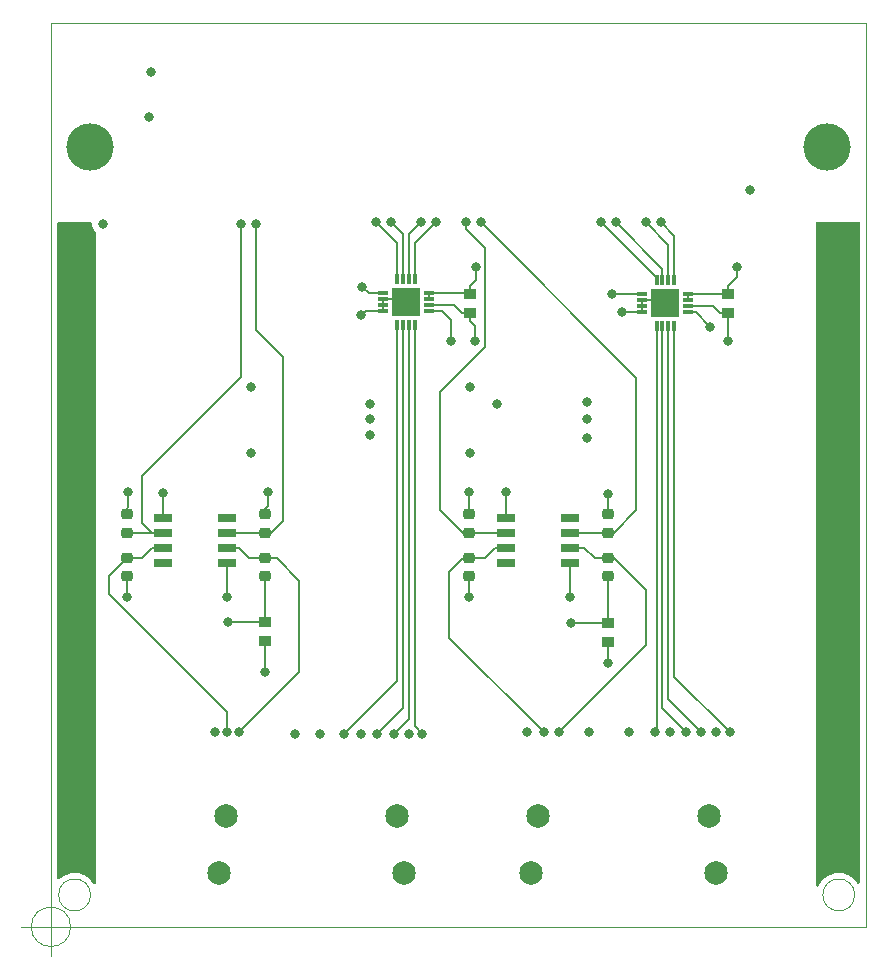
<source format=gbr>
G04 #@! TF.GenerationSoftware,KiCad,Pcbnew,(6.0.4-0)*
G04 #@! TF.CreationDate,2022-11-09T17:11:16+01:00*
G04 #@! TF.ProjectId,adapter_hybrid_assistor_hpc_2HDMI,61646170-7465-4725-9f68-79627269645f,rev?*
G04 #@! TF.SameCoordinates,Original*
G04 #@! TF.FileFunction,Copper,L4,Bot*
G04 #@! TF.FilePolarity,Positive*
%FSLAX46Y46*%
G04 Gerber Fmt 4.6, Leading zero omitted, Abs format (unit mm)*
G04 Created by KiCad (PCBNEW (6.0.4-0)) date 2022-11-09 17:11:16*
%MOMM*%
%LPD*%
G01*
G04 APERTURE LIST*
G04 Aperture macros list*
%AMRoundRect*
0 Rectangle with rounded corners*
0 $1 Rounding radius*
0 $2 $3 $4 $5 $6 $7 $8 $9 X,Y pos of 4 corners*
0 Add a 4 corners polygon primitive as box body*
4,1,4,$2,$3,$4,$5,$6,$7,$8,$9,$2,$3,0*
0 Add four circle primitives for the rounded corners*
1,1,$1+$1,$2,$3*
1,1,$1+$1,$4,$5*
1,1,$1+$1,$6,$7*
1,1,$1+$1,$8,$9*
0 Add four rect primitives between the rounded corners*
20,1,$1+$1,$2,$3,$4,$5,0*
20,1,$1+$1,$4,$5,$6,$7,0*
20,1,$1+$1,$6,$7,$8,$9,0*
20,1,$1+$1,$8,$9,$2,$3,0*%
G04 Aperture macros list end*
G04 #@! TA.AperFunction,Profile*
%ADD10C,0.100000*%
G04 #@! TD*
G04 #@! TA.AperFunction,Profile*
%ADD11C,0.050000*%
G04 #@! TD*
G04 #@! TA.AperFunction,ComponentPad*
%ADD12C,4.000000*%
G04 #@! TD*
G04 #@! TA.AperFunction,ComponentPad*
%ADD13C,1.995000*%
G04 #@! TD*
G04 #@! TA.AperFunction,SMDPad,CuDef*
%ADD14R,1.000000X0.950000*%
G04 #@! TD*
G04 #@! TA.AperFunction,SMDPad,CuDef*
%ADD15RoundRect,0.218750X-0.256250X0.218750X-0.256250X-0.218750X0.256250X-0.218750X0.256250X0.218750X0*%
G04 #@! TD*
G04 #@! TA.AperFunction,SMDPad,CuDef*
%ADD16RoundRect,0.218750X0.256250X-0.218750X0.256250X0.218750X-0.256250X0.218750X-0.256250X-0.218750X0*%
G04 #@! TD*
G04 #@! TA.AperFunction,SMDPad,CuDef*
%ADD17R,1.528000X0.650000*%
G04 #@! TD*
G04 #@! TA.AperFunction,SMDPad,CuDef*
%ADD18R,0.300000X0.850000*%
G04 #@! TD*
G04 #@! TA.AperFunction,SMDPad,CuDef*
%ADD19R,0.850000X0.300000*%
G04 #@! TD*
G04 #@! TA.AperFunction,SMDPad,CuDef*
%ADD20R,2.400000X2.400000*%
G04 #@! TD*
G04 #@! TA.AperFunction,ViaPad*
%ADD21C,0.800000*%
G04 #@! TD*
G04 #@! TA.AperFunction,Conductor*
%ADD22C,0.200000*%
G04 #@! TD*
G04 APERTURE END LIST*
D10*
X100000000Y-100000000D02*
X100000000Y-176500000D01*
X100000000Y-176500000D02*
X169000000Y-176500000D01*
X169000000Y-100000000D02*
X169000000Y-176500000D01*
X100000000Y-100000000D02*
X169000000Y-100000000D01*
D11*
X168050000Y-173800000D02*
G75*
G03*
X168050000Y-173800000I-1350000J0D01*
G01*
X103350000Y-173800000D02*
G75*
G03*
X103350000Y-173800000I-1350000J0D01*
G01*
X104500000Y-110450000D02*
G75*
G03*
X104500000Y-110450000I-1350000J0D01*
G01*
X167200000Y-110450000D02*
G75*
G03*
X167200000Y-110450000I-1350000J0D01*
G01*
X101666666Y-176500000D02*
G75*
G03*
X101666666Y-176500000I-1666666J0D01*
G01*
X97500000Y-176500000D02*
X102500000Y-176500000D01*
X100000000Y-174000000D02*
X100000000Y-179000000D01*
X101666666Y-176500000D02*
G75*
G03*
X101666666Y-176500000I-1666666J0D01*
G01*
X97500000Y-176500000D02*
X102500000Y-176500000D01*
X100000000Y-174000000D02*
X100000000Y-179000000D01*
X101666666Y-176500000D02*
G75*
G03*
X101666666Y-176500000I-1666666J0D01*
G01*
X97500000Y-176500000D02*
X102500000Y-176500000D01*
X100000000Y-174000000D02*
X100000000Y-179000000D01*
D12*
X165683000Y-110458000D03*
X103303000Y-110458000D03*
D13*
X141216000Y-167076000D03*
X155716000Y-167076000D03*
X140616000Y-171976000D03*
X156316000Y-171976000D03*
X114800000Y-167076000D03*
X129300000Y-167076000D03*
X114200000Y-171976000D03*
X129900000Y-171976000D03*
D14*
X147193000Y-150749000D03*
X147193000Y-152349000D03*
X118110000Y-150711000D03*
X118110000Y-152311000D03*
X157353000Y-122936000D03*
X157353000Y-124536000D03*
D15*
X147193000Y-141554000D03*
X147193000Y-143129000D03*
D16*
X135382000Y-146837500D03*
X135382000Y-145262500D03*
D15*
X106400500Y-141554000D03*
X106400500Y-143129000D03*
X118135500Y-141554000D03*
X118135500Y-143129000D03*
D16*
X106426000Y-146837500D03*
X106426000Y-145262500D03*
X118110000Y-146837500D03*
X118110000Y-145262500D03*
D17*
X138557000Y-145669000D03*
X138557000Y-144399000D03*
X138557000Y-143129000D03*
X138557000Y-141859000D03*
X143979000Y-141859000D03*
X143979000Y-143129000D03*
X143979000Y-144399000D03*
X143979000Y-145669000D03*
D18*
X152769000Y-125648000D03*
X152269000Y-125648000D03*
X151769000Y-125648000D03*
X151269000Y-125648000D03*
D19*
X150069000Y-124448000D03*
X150069000Y-123948000D03*
X150069000Y-123448000D03*
X150069000Y-122948000D03*
D18*
X151269000Y-121748000D03*
X151769000Y-121748000D03*
X152269000Y-121748000D03*
X152769000Y-121748000D03*
D19*
X153969000Y-122948000D03*
X153969000Y-123448000D03*
X153969000Y-123948000D03*
X153969000Y-124448000D03*
D20*
X152019000Y-123698000D03*
D18*
X130798000Y-125521000D03*
X130298000Y-125521000D03*
X129798000Y-125521000D03*
X129298000Y-125521000D03*
D19*
X128098000Y-124321000D03*
X128098000Y-123821000D03*
X128098000Y-123321000D03*
X128098000Y-122821000D03*
D18*
X129298000Y-121621000D03*
X129798000Y-121621000D03*
X130298000Y-121621000D03*
X130798000Y-121621000D03*
D19*
X131998000Y-122821000D03*
X131998000Y-123321000D03*
X131998000Y-123821000D03*
X131998000Y-124321000D03*
D20*
X130048000Y-123571000D03*
D17*
X109513000Y-145669000D03*
X109513000Y-144399000D03*
X109513000Y-143129000D03*
X109513000Y-141859000D03*
X114935000Y-141859000D03*
X114935000Y-143129000D03*
X114935000Y-144399000D03*
X114935000Y-145669000D03*
D15*
X135382000Y-141554000D03*
X135382000Y-143129000D03*
D14*
X135509000Y-122936000D03*
X135509000Y-124536000D03*
D16*
X147193000Y-146837500D03*
X147193000Y-145262500D03*
D21*
X106426000Y-148590000D03*
X135382000Y-148590000D03*
X144018000Y-150749000D03*
X104394000Y-116957000D03*
X114973000Y-150711000D03*
X166040000Y-151100000D03*
X166040000Y-138400000D03*
X102540000Y-118080000D03*
X102540000Y-125700000D03*
X120645800Y-160151200D03*
X140335000Y-160045000D03*
X126996000Y-133481000D03*
X145542000Y-160020000D03*
X126238000Y-160147000D03*
X102540000Y-163800000D03*
X118110000Y-154940000D03*
X130302000Y-160147000D03*
X148971000Y-160020000D03*
X145411000Y-133481000D03*
X116967000Y-130810000D03*
X102540000Y-151100000D03*
X166040000Y-163800000D03*
X137795000Y-132207000D03*
X108509000Y-104110000D03*
X102540000Y-138400000D03*
X166040000Y-125700000D03*
X126238000Y-124714000D03*
X122809000Y-160147000D03*
X113919000Y-160045000D03*
X152400000Y-160020000D03*
X148348000Y-124448000D03*
X147193000Y-154178000D03*
X135890000Y-126873000D03*
X159182000Y-114087000D03*
X109513000Y-139739000D03*
X166040000Y-118080000D03*
X135509000Y-130810000D03*
X138557000Y-139700000D03*
X157353000Y-126873000D03*
X156337000Y-160020000D03*
X155829000Y-125683000D03*
X136017000Y-120650000D03*
X126365000Y-122301000D03*
X145415000Y-132080000D03*
X127000000Y-132207000D03*
X118364000Y-139700000D03*
X108331000Y-107940000D03*
X158115000Y-120650000D03*
X127000000Y-134874000D03*
X133858000Y-126873000D03*
X147459000Y-122948000D03*
X135509000Y-136398000D03*
X145415000Y-135128000D03*
X116967000Y-136398000D03*
X114935000Y-148590000D03*
X106553000Y-139700000D03*
X135382000Y-139700000D03*
X143979000Y-148551000D03*
X147193000Y-139827000D03*
X147828000Y-116840000D03*
X136403000Y-116835000D03*
X135128000Y-116840000D03*
X128778000Y-116840000D03*
X131318000Y-116840000D03*
X132583000Y-116835000D03*
X146553000Y-116835000D03*
X127503000Y-116835000D03*
X116078000Y-116967000D03*
X117348000Y-116967000D03*
X157480000Y-160020000D03*
X155067000Y-160020000D03*
X153797000Y-160020000D03*
X151130000Y-160020000D03*
X143002000Y-160020000D03*
X141732000Y-160020000D03*
X114935000Y-160020000D03*
X115951000Y-160020000D03*
X124841000Y-160147000D03*
X127635000Y-160147000D03*
X129032000Y-160147000D03*
X131426000Y-160147000D03*
X151633000Y-116835000D03*
X150373000Y-116835000D03*
D22*
X147193000Y-146837500D02*
X147193000Y-147275000D01*
X135382000Y-146837500D02*
X135382000Y-148590000D01*
X118110000Y-147275000D02*
X118110000Y-150711000D01*
X118110000Y-146837500D02*
X118110000Y-147275000D01*
X147193000Y-147275000D02*
X147193000Y-150749000D01*
X106426000Y-146837500D02*
X106426000Y-148590000D01*
X118110000Y-150711000D02*
X114973000Y-150711000D01*
X147193000Y-150749000D02*
X144018000Y-150749000D01*
X135890000Y-125592000D02*
X135890000Y-126873000D01*
X157353000Y-124536000D02*
X156653000Y-124536000D01*
X157353000Y-124536000D02*
X157353000Y-126873000D01*
X147193000Y-152349000D02*
X147193000Y-154178000D01*
X153969000Y-123948000D02*
X156065000Y-123948000D01*
X128098000Y-123321000D02*
X129798000Y-123321000D01*
X131998000Y-123821000D02*
X134094000Y-123821000D01*
X128098000Y-124321000D02*
X126631000Y-124321000D01*
X138557000Y-141859000D02*
X138557000Y-139700000D01*
X156653000Y-124536000D02*
X156065000Y-123948000D01*
X128098000Y-124321000D02*
X128098000Y-123321000D01*
X109513000Y-141859000D02*
X109513000Y-139739000D01*
X150069000Y-123448000D02*
X150069000Y-124448000D01*
X135509000Y-125211000D02*
X135890000Y-125592000D01*
X150069000Y-123448000D02*
X151769000Y-123448000D01*
X118110000Y-152311000D02*
X118110000Y-154940000D01*
X135509000Y-124536000D02*
X134809000Y-124536000D01*
X129798000Y-123321000D02*
X130048000Y-123571000D01*
X135509000Y-124536000D02*
X135509000Y-125211000D01*
X134809000Y-124536000D02*
X134094000Y-123821000D01*
X126631000Y-124321000D02*
X126238000Y-124714000D01*
X151769000Y-123448000D02*
X152019000Y-123698000D01*
X150069000Y-124448000D02*
X148348000Y-124448000D01*
X133858000Y-125095000D02*
X133858000Y-126873000D01*
X106553000Y-140964000D02*
X106553000Y-139700000D01*
X143979000Y-145669000D02*
X143979000Y-148551000D01*
X135382000Y-141554000D02*
X135382000Y-139700000D01*
X131998000Y-122821000D02*
X135394000Y-122821000D01*
X136017000Y-121753000D02*
X136017000Y-120650000D01*
X147193000Y-141554000D02*
X147193000Y-139827000D01*
X135394000Y-122821000D02*
X135509000Y-122936000D01*
X150069000Y-122948000D02*
X147459000Y-122948000D01*
X154594000Y-124448000D02*
X155829000Y-125683000D01*
X157353000Y-122936000D02*
X157353000Y-122261000D01*
X118135500Y-141554000D02*
X118135500Y-141116500D01*
X114935000Y-145669000D02*
X114935000Y-148590000D01*
X133084000Y-124321000D02*
X133858000Y-125095000D01*
X157353000Y-122936000D02*
X153981000Y-122936000D01*
X118135500Y-141116500D02*
X118364000Y-140888000D01*
X128098000Y-122821000D02*
X126885000Y-122821000D01*
X135509000Y-122936000D02*
X135509000Y-122261000D01*
X106400500Y-141116500D02*
X106553000Y-140964000D01*
X118364000Y-140888000D02*
X118364000Y-139700000D01*
X153981000Y-122936000D02*
X153969000Y-122948000D01*
X126885000Y-122821000D02*
X126365000Y-122301000D01*
X153969000Y-123448000D02*
X153969000Y-122948000D01*
X153969000Y-124448000D02*
X154594000Y-124448000D01*
X135509000Y-122261000D02*
X136017000Y-121753000D01*
X131998000Y-124321000D02*
X133084000Y-124321000D01*
X131998000Y-123321000D02*
X131998000Y-122821000D01*
X158115000Y-121499000D02*
X158115000Y-120650000D01*
X157353000Y-122261000D02*
X158115000Y-121499000D01*
X106400500Y-141554000D02*
X106400500Y-141116500D01*
X147828000Y-116840000D02*
X151769000Y-120781000D01*
X151769000Y-120781000D02*
X151769000Y-121748000D01*
X147193000Y-143129000D02*
X147668000Y-143129000D01*
X147668000Y-143129000D02*
X149573000Y-141224000D01*
X149573000Y-141224000D02*
X149573000Y-130005000D01*
X149573000Y-130005000D02*
X136403000Y-116835000D01*
X143979000Y-143129000D02*
X147193000Y-143129000D01*
X135128000Y-117405685D02*
X136717001Y-118994686D01*
X134907000Y-143129000D02*
X135382000Y-143129000D01*
X136717001Y-127442999D02*
X132969000Y-131191000D01*
X132969000Y-131191000D02*
X132969000Y-141191000D01*
X136717001Y-118994686D02*
X136717001Y-127442999D01*
X132969000Y-141191000D02*
X134907000Y-143129000D01*
X135128000Y-116840000D02*
X135128000Y-117405685D01*
X138557000Y-143129000D02*
X135382000Y-143129000D01*
X128778000Y-116840000D02*
X129798000Y-117860000D01*
X129798000Y-117860000D02*
X129798000Y-121621000D01*
X131318000Y-116840000D02*
X130298000Y-117860000D01*
X130298000Y-117860000D02*
X130298000Y-121621000D01*
X130798000Y-118620000D02*
X132583000Y-116835000D01*
X130798000Y-121621000D02*
X130798000Y-118620000D01*
X146553000Y-116835000D02*
X151269000Y-121551000D01*
X151269000Y-121551000D02*
X151269000Y-121748000D01*
X129298000Y-121621000D02*
X129298000Y-118630000D01*
X129298000Y-118630000D02*
X127503000Y-116835000D01*
X107696000Y-138303000D02*
X107696000Y-142276000D01*
X116078000Y-129921000D02*
X107696000Y-138303000D01*
X106400500Y-143129000D02*
X109513000Y-143129000D01*
X107696000Y-142276000D02*
X108549000Y-143129000D01*
X116078000Y-116967000D02*
X116078000Y-129921000D01*
X108549000Y-143129000D02*
X109513000Y-143129000D01*
X118135500Y-143129000D02*
X118610500Y-143129000D01*
X114935000Y-143129000D02*
X118135500Y-143129000D01*
X119634000Y-128270000D02*
X117348000Y-125984000D01*
X119634000Y-142105500D02*
X119634000Y-128270000D01*
X117348000Y-125984000D02*
X117348000Y-116967000D01*
X118610500Y-143129000D02*
X119634000Y-142105500D01*
X152769000Y-125648000D02*
X152769000Y-155309000D01*
X152769000Y-155309000D02*
X157480000Y-160020000D01*
X152269000Y-125648000D02*
X152269000Y-157222000D01*
X152269000Y-157222000D02*
X155067000Y-160020000D01*
X151769000Y-157992000D02*
X153797000Y-160020000D01*
X151769000Y-125648000D02*
X151769000Y-157992000D01*
X151269000Y-159881000D02*
X151130000Y-160020000D01*
X151269000Y-125648000D02*
X151269000Y-159881000D01*
X143979000Y-144399000D02*
X145161000Y-144399000D01*
X147193000Y-145262500D02*
X147668000Y-145262500D01*
X145161000Y-144399000D02*
X146024500Y-145262500D01*
X146024500Y-145262500D02*
X147193000Y-145262500D01*
X147668000Y-145262500D02*
X150368000Y-147962500D01*
X150368000Y-147962500D02*
X150368000Y-152654000D01*
X150368000Y-152654000D02*
X143002000Y-160020000D01*
X137593000Y-144399000D02*
X136729500Y-145262500D01*
X136729500Y-145262500D02*
X135382000Y-145262500D01*
X133731000Y-152019000D02*
X141732000Y-160020000D01*
X134907000Y-145262500D02*
X133731000Y-146438500D01*
X135382000Y-145262500D02*
X134907000Y-145262500D01*
X133731000Y-146438500D02*
X133731000Y-152019000D01*
X138557000Y-144399000D02*
X137593000Y-144399000D01*
X114910000Y-158340000D02*
X114910000Y-159995000D01*
X104930000Y-148360000D02*
X114910000Y-158340000D01*
X109513000Y-144399000D02*
X108549000Y-144399000D01*
X108549000Y-144399000D02*
X107685500Y-145262500D01*
X104930000Y-146758500D02*
X104930000Y-148360000D01*
X106426000Y-145262500D02*
X107685500Y-145262500D01*
X106426000Y-145262500D02*
X104930000Y-146758500D01*
X114910000Y-159995000D02*
X114935000Y-160020000D01*
X114935000Y-144399000D02*
X115899000Y-144399000D01*
X116762500Y-145262500D02*
X118110000Y-145262500D01*
X118110000Y-145262500D02*
X119100500Y-145262500D01*
X119100500Y-145262500D02*
X121031000Y-147193000D01*
X115899000Y-144399000D02*
X116762500Y-145262500D01*
X121031000Y-154940000D02*
X115951000Y-160020000D01*
X121031000Y-147193000D02*
X121031000Y-154940000D01*
X124841000Y-160147000D02*
X129298000Y-155690000D01*
X129298000Y-155690000D02*
X129298000Y-125521000D01*
X129798000Y-157984000D02*
X129798000Y-125521000D01*
X127635000Y-160147000D02*
X129798000Y-157984000D01*
X130298000Y-158881000D02*
X129032000Y-160147000D01*
X130298000Y-125521000D02*
X130298000Y-158881000D01*
X130798000Y-125521000D02*
X130798000Y-159519000D01*
X130798000Y-159519000D02*
X131426000Y-160147000D01*
X151633000Y-116835000D02*
X152769000Y-117971000D01*
X152769000Y-117971000D02*
X152769000Y-121748000D01*
X152269000Y-118731000D02*
X152269000Y-121748000D01*
X150373000Y-116835000D02*
X152269000Y-118731000D01*
G04 #@! TA.AperFunction,Conductor*
G36*
X103424130Y-116830002D02*
G01*
X103470623Y-116883658D01*
X103480447Y-116943830D01*
X103481186Y-116943830D01*
X103481186Y-116948356D01*
X103481319Y-116949170D01*
X103480496Y-116957000D01*
X103500458Y-117146928D01*
X103559473Y-117328556D01*
X103654960Y-117493944D01*
X103659378Y-117498851D01*
X103659379Y-117498852D01*
X103777636Y-117630190D01*
X103808354Y-117694197D01*
X103810000Y-117714500D01*
X103810000Y-172741666D01*
X103789998Y-172809787D01*
X103736342Y-172856280D01*
X103666068Y-172866384D01*
X103601488Y-172836890D01*
X103577616Y-172809182D01*
X103575308Y-172805545D01*
X103573191Y-172801622D01*
X103416824Y-172589918D01*
X103232187Y-172402358D01*
X103228647Y-172399657D01*
X103228641Y-172399651D01*
X103026506Y-172245386D01*
X103026502Y-172245383D01*
X103022965Y-172242684D01*
X102793332Y-172114084D01*
X102547870Y-172019122D01*
X102543545Y-172018119D01*
X102543540Y-172018118D01*
X102402794Y-171985495D01*
X102291476Y-171959693D01*
X102029267Y-171936983D01*
X102024832Y-171937227D01*
X102024828Y-171937227D01*
X101770916Y-171951200D01*
X101770909Y-171951201D01*
X101766473Y-171951445D01*
X101638369Y-171976927D01*
X101512711Y-172001921D01*
X101512706Y-172001922D01*
X101508339Y-172002791D01*
X101504136Y-172004267D01*
X101264223Y-172088518D01*
X101264220Y-172088519D01*
X101260015Y-172089996D01*
X101256062Y-172092049D01*
X101256056Y-172092052D01*
X101124615Y-172160331D01*
X101026456Y-172211321D01*
X101022841Y-172213904D01*
X101022835Y-172213908D01*
X100919585Y-172287692D01*
X100812322Y-172364344D01*
X100809095Y-172367422D01*
X100809093Y-172367424D01*
X100721471Y-172451011D01*
X100658375Y-172483558D01*
X100587698Y-172476826D01*
X100531881Y-172432952D01*
X100508500Y-172359841D01*
X100508500Y-116936000D01*
X100528502Y-116867879D01*
X100582158Y-116821386D01*
X100634500Y-116810000D01*
X103356009Y-116810000D01*
X103424130Y-116830002D01*
G37*
G04 #@! TD.AperFunction*
G04 #@! TA.AperFunction,Conductor*
G36*
X168433119Y-116812683D02*
G01*
X168479865Y-116866118D01*
X168491500Y-116919002D01*
X168491500Y-172714521D01*
X168471498Y-172782642D01*
X168417842Y-172829135D01*
X168347568Y-172839239D01*
X168282988Y-172809745D01*
X168264149Y-172789380D01*
X168119477Y-172593510D01*
X168116824Y-172589918D01*
X167932187Y-172402358D01*
X167928647Y-172399657D01*
X167928641Y-172399651D01*
X167726506Y-172245386D01*
X167726502Y-172245383D01*
X167722965Y-172242684D01*
X167493332Y-172114084D01*
X167247870Y-172019122D01*
X167243545Y-172018119D01*
X167243540Y-172018118D01*
X167102794Y-171985495D01*
X166991476Y-171959693D01*
X166729267Y-171936983D01*
X166724832Y-171937227D01*
X166724828Y-171937227D01*
X166470916Y-171951200D01*
X166470909Y-171951201D01*
X166466473Y-171951445D01*
X166338369Y-171976927D01*
X166212711Y-172001921D01*
X166212706Y-172001922D01*
X166208339Y-172002791D01*
X166204136Y-172004267D01*
X165964223Y-172088518D01*
X165964220Y-172088519D01*
X165960015Y-172089996D01*
X165956062Y-172092049D01*
X165956056Y-172092052D01*
X165824615Y-172160331D01*
X165726456Y-172211321D01*
X165722841Y-172213904D01*
X165722835Y-172213908D01*
X165619585Y-172287692D01*
X165512322Y-172364344D01*
X165509095Y-172367422D01*
X165509093Y-172367424D01*
X165475311Y-172399651D01*
X165321885Y-172546011D01*
X165158945Y-172752700D01*
X165137640Y-172789380D01*
X165028987Y-172976438D01*
X165028984Y-172976444D01*
X165026753Y-172980285D01*
X165025083Y-172984408D01*
X165012784Y-173014773D01*
X164968672Y-173070402D01*
X164901486Y-173093352D01*
X164832559Y-173076335D01*
X164783774Y-173024754D01*
X164770000Y-172967471D01*
X164770000Y-116935406D01*
X164790002Y-116867285D01*
X164843658Y-116820792D01*
X164895404Y-116809407D01*
X165891279Y-116804698D01*
X168364904Y-116793003D01*
X168433119Y-116812683D01*
G37*
G04 #@! TD.AperFunction*
M02*

</source>
